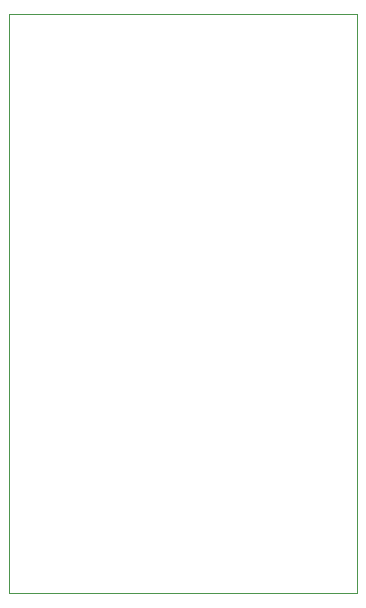
<source format=gbr>
%TF.GenerationSoftware,KiCad,Pcbnew,5.1.6-c6e7f7d~86~ubuntu18.04.1*%
%TF.CreationDate,2020-06-16T08:09:56-04:00*%
%TF.ProjectId,FPC 18 0.5 Breakout,46504320-3138-4203-902e-352042726561,rev?*%
%TF.SameCoordinates,Original*%
%TF.FileFunction,Profile,NP*%
%FSLAX46Y46*%
G04 Gerber Fmt 4.6, Leading zero omitted, Abs format (unit mm)*
G04 Created by KiCad (PCBNEW 5.1.6-c6e7f7d~86~ubuntu18.04.1) date 2020-06-16 08:09:56*
%MOMM*%
%LPD*%
G01*
G04 APERTURE LIST*
%TA.AperFunction,Profile*%
%ADD10C,0.050000*%
%TD*%
G04 APERTURE END LIST*
D10*
X169000000Y-143000000D02*
X169000000Y-94000000D01*
X198500000Y-143000000D02*
X169000000Y-143000000D01*
X198500000Y-94000000D02*
X198500000Y-143000000D01*
X169000000Y-94000000D02*
X198500000Y-94000000D01*
M02*

</source>
